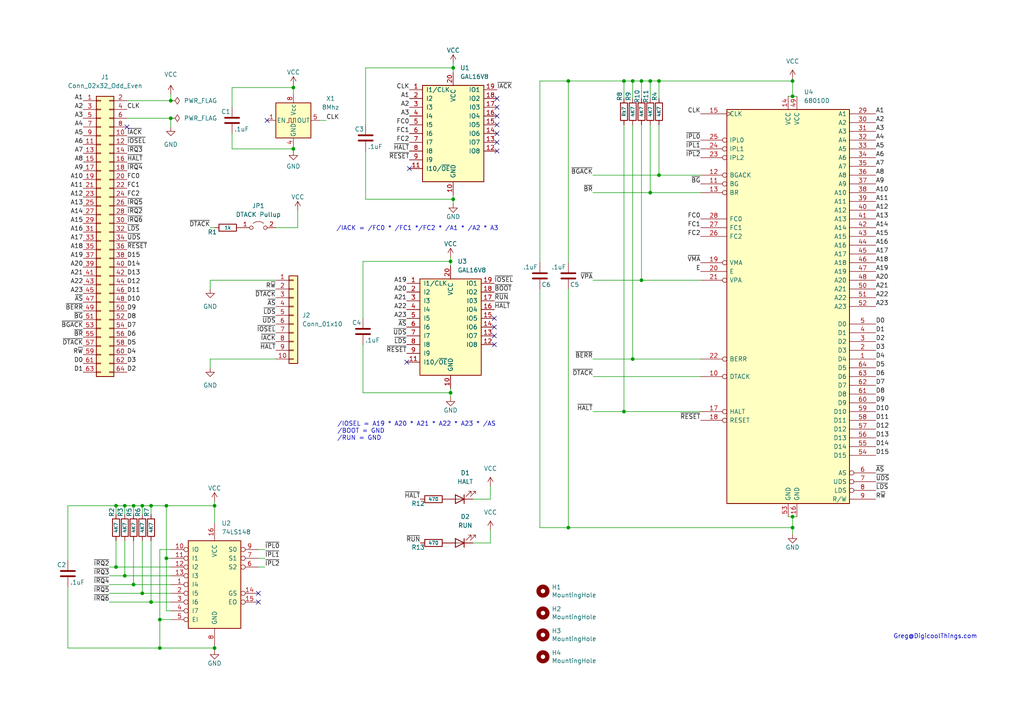
<source format=kicad_sch>
(kicad_sch (version 20211123) (generator eeschema)
  (paper "A4")
  (title_block (title "CPU Board") (date "2022-02") (rev "1.0") (company "Steve Goyette"))
  (lib_symbols
    (symbol "74xx:74LS148" (pin_names (offset 1.016))
      (property "Reference" "U" (at -7.62 13.97 0))
      (property "Value" "74LS148" (at -7.62 -13.97 0))
      (symbol "74LS148_1_0"
        (pin input inverted (at -12.7 0 0) (length 5.08) (name "I4") (number "1"))
        (pin input inverted (at -12.7 10.16 0) (length 5.08) (name "IO") (number "10"))
        (pin input inverted (at -12.7 7.62 0) (length 5.08) (name "I1") (number "11"))
        (pin input inverted (at -12.7 5.08 0) (length 5.08) (name "I2") (number "12"))
        (pin input inverted (at -12.7 2.54 0) (length 5.08) (name "I3") (number "13"))
        (pin output inverted (at 12.7 -2.54 180) (length 5.08) (name "GS") (number "14"))
        (pin output inverted (at 12.7 -5.08 180) (length 5.08) (name "EO") (number "15"))
        (pin power_in line (at 0 17.78 270) (length 5.08) (name "VCC") (number "16"))
        (pin input inverted (at -12.7 -2.54 0) (length 5.08) (name "I5") (number "2"))
        (pin input inverted (at -12.7 -5.08 0) (length 5.08) (name "I6") (number "3"))
        (pin input inverted (at -12.7 -7.62 0) (length 5.08) (name "I7") (number "4"))
        (pin input inverted (at -12.7 -10.16 0) (length 5.08) (name "EI") (number "5"))
        (pin output inverted (at 12.7 5.08 180) (length 5.08) (name "S2") (number "6"))
        (pin output inverted (at 12.7 7.62 180) (length 5.08) (name "S1") (number "7"))
        (pin power_in line (at 0 -17.78 90) (length 5.08) (name "GND") (number "8"))
        (pin output inverted (at 12.7 10.16 180) (length 5.08) (name "S0") (number "9"))
      )
      (symbol "74LS148_1_1"
        (rectangle (start -7.62 12.7) (end 7.62 -12.7) (stroke (width 0.254)) (fill (type background)))
      )
    )
    (symbol "CPU_NXP_68000:68010D" (pin_names (offset 0.762))
      (property "Reference" "U" (at 0 2.54 0))
      (property "Value" "68010D" (at 0 -3.81 0))
      (symbol "68010D_0_1"
        (rectangle (start -17.78 57.15) (end 17.78 -57.15) (stroke (width 0.254)) (fill (type background)))
      )
      (symbol "68010D_1_1"
        (pin bidirectional line (at 25.4 -15.24 180) (length 7.62) (name "D4") (number "1"))
        (pin input inverted (at -25.4 -20.32 0) (length 7.62) (name "DTACK") (number "10"))
        (pin output inverted (at -25.4 35.56 0) (length 7.62) (name "BG") (number "11"))
        (pin input inverted (at -25.4 38.1 0) (length 7.62) (name "BGACK") (number "12"))
        (pin input inverted (at -25.4 33.02 0) (length 7.62) (name "BR") (number "13"))
        (pin power_in line (at 0 60.96 270) (length 3.81) (name "VCC") (number "14"))
        (pin input clock (at -25.4 55.88 0) (length 7.62) (name "CLK") (number "15"))
        (pin power_in line (at 2.54 -60.96 90) (length 3.81) (name "GND") (number "16"))
        (pin bidirectional inverted (at -25.4 -30.48 0) (length 7.62) (name "HALT") (number "17"))
        (pin bidirectional inverted (at -25.4 -33.02 0) (length 7.62) (name "RESET") (number "18"))
        (pin output inverted (at -25.4 12.7 0) (length 7.62) (name "VMA") (number "19"))
        (pin bidirectional line (at 25.4 -12.7 180) (length 7.62) (name "D3") (number "2"))
        (pin output line (at -25.4 10.16 0) (length 7.62) (name "E") (number "20"))
        (pin input inverted (at -25.4 7.62 0) (length 7.62) (name "VPA") (number "21"))
        (pin input inverted (at -25.4 -15.24 0) (length 7.62) (name "BERR") (number "22"))
        (pin input inverted (at -25.4 43.18 0) (length 7.62) (name "IPL2") (number "23"))
        (pin input inverted (at -25.4 45.72 0) (length 7.62) (name "IPL1") (number "24"))
        (pin input inverted (at -25.4 48.26 0) (length 7.62) (name "IPL0") (number "25"))
        (pin output line (at -25.4 20.32 0) (length 7.62) (name "FC2") (number "26"))
        (pin output line (at -25.4 22.86 0) (length 7.62) (name "FC1") (number "27"))
        (pin output line (at -25.4 25.4 0) (length 7.62) (name "FC0") (number "28"))
        (pin output line (at 25.4 55.88 180) (length 7.62) (name "A1") (number "29"))
        (pin bidirectional line (at 25.4 -10.16 180) (length 7.62) (name "D2") (number "3"))
        (pin output line (at 25.4 53.34 180) (length 7.62) (name "A2") (number "30"))
        (pin output line (at 25.4 50.8 180) (length 7.62) (name "A3") (number "31"))
        (pin output line (at 25.4 48.26 180) (length 7.62) (name "A4") (number "32"))
        (pin output line (at 25.4 45.72 180) (length 7.62) (name "A5") (number "33"))
        (pin output line (at 25.4 43.18 180) (length 7.62) (name "A6") (number "34"))
        (pin output line (at 25.4 40.64 180) (length 7.62) (name "A7") (number "35"))
        (pin output line (at 25.4 38.1 180) (length 7.62) (name "A8") (number "36"))
        (pin output line (at 25.4 35.56 180) (length 7.62) (name "A9") (number "37"))
        (pin output line (at 25.4 33.02 180) (length 7.62) (name "A10") (number "38"))
        (pin output line (at 25.4 30.48 180) (length 7.62) (name "A11") (number "39"))
        (pin bidirectional line (at 25.4 -7.62 180) (length 7.62) (name "D1") (number "4"))
        (pin output line (at 25.4 27.94 180) (length 7.62) (name "A12") (number "40"))
        (pin output line (at 25.4 25.4 180) (length 7.62) (name "A13") (number "41"))
        (pin output line (at 25.4 22.86 180) (length 7.62) (name "A14") (number "42"))
        (pin output line (at 25.4 20.32 180) (length 7.62) (name "A15") (number "43"))
        (pin output line (at 25.4 17.78 180) (length 7.62) (name "A16") (number "44"))
        (pin output line (at 25.4 15.24 180) (length 7.62) (name "A17") (number "45"))
        (pin output line (at 25.4 12.7 180) (length 7.62) (name "A18") (number "46"))
        (pin output line (at 25.4 10.16 180) (length 7.62) (name "A19") (number "47"))
        (pin output line (at 25.4 7.62 180) (length 7.62) (name "A20") (number "48"))
        (pin power_in line (at 2.54 60.96 270) (length 3.81) (name "VCC") (number "49"))
        (pin bidirectional line (at 25.4 -5.08 180) (length 7.62) (name "D0") (number "5"))
        (pin output line (at 25.4 5.08 180) (length 7.62) (name "A21") (number "50"))
        (pin output line (at 25.4 2.54 180) (length 7.62) (name "A22") (number "51"))
        (pin output line (at 25.4 0 180) (length 7.62) (name "A23") (number "52"))
        (pin power_in line (at 0 -60.96 90) (length 3.81) (name "GND") (number "53"))
        (pin bidirectional line (at 25.4 -43.18 180) (length 7.62) (name "D15") (number "54"))
        (pin bidirectional line (at 25.4 -40.64 180) (length 7.62) (name "D14") (number "55"))
        (pin bidirectional line (at 25.4 -38.1 180) (length 7.62) (name "D13") (number "56"))
        (pin bidirectional line (at 25.4 -35.56 180) (length 7.62) (name "D12") (number "57"))
        (pin bidirectional line (at 25.4 -33.02 180) (length 7.62) (name "D11") (number "58"))
        (pin bidirectional line (at 25.4 -30.48 180) (length 7.62) (name "D10") (number "59"))
        (pin output inverted (at 25.4 -48.26 180) (length 7.62) (name "AS") (number "6"))
        (pin bidirectional line (at 25.4 -27.94 180) (length 7.62) (name "D9") (number "60"))
        (pin bidirectional line (at 25.4 -25.4 180) (length 7.62) (name "D8") (number "61"))
        (pin bidirectional line (at 25.4 -22.86 180) (length 7.62) (name "D7") (number "62"))
        (pin bidirectional line (at 25.4 -20.32 180) (length 7.62) (name "D6") (number "63"))
        (pin bidirectional line (at 25.4 -17.78 180) (length 7.62) (name "D5") (number "64"))
        (pin output inverted (at 25.4 -50.8 180) (length 7.62) (name "UDS") (number "7"))
        (pin output inverted (at 25.4 -53.34 180) (length 7.62) (name "LDS") (number "8"))
        (pin output line (at 25.4 -55.88 180) (length 7.62) (name "R/W") (number "9"))
      )
    )
    (symbol "Connector_Generic:Conn_01x10" (pin_names (offset 1.016) hide)
      (property "Reference" "J" (at 0 12.7 0))
      (property "Value" "Conn_01x10" (at 0 -15.24 0))
      (symbol "Conn_01x10_1_1"
        (rectangle (start -1.27 -12.573) (end 0 -12.827) (stroke (width 0.1524)))
        (rectangle (start -1.27 -10.033) (end 0 -10.287) (stroke (width 0.1524)))
        (rectangle (start -1.27 -7.493) (end 0 -7.747) (stroke (width 0.1524)))
        (rectangle (start -1.27 -4.953) (end 0 -5.207) (stroke (width 0.1524)))
        (rectangle (start -1.27 -2.413) (end 0 -2.667) (stroke (width 0.1524)))
        (rectangle (start -1.27 0.127) (end 0 -0.127) (stroke (width 0.1524)))
        (rectangle (start -1.27 2.667) (end 0 2.413) (stroke (width 0.1524)))
        (rectangle (start -1.27 5.207) (end 0 4.953) (stroke (width 0.1524)))
        (rectangle (start -1.27 7.747) (end 0 7.493) (stroke (width 0.1524)))
        (rectangle (start -1.27 10.287) (end 0 10.033) (stroke (width 0.1524)))
        (rectangle (start -1.27 11.43) (end 1.27 -13.97) (stroke (width 0.254)) (fill (type background)))
        (pin passive line (at -5.08 10.16 0) (length 3.81) (name "Pin_1") (number "1"))
        (pin passive line (at -5.08 -12.7 0) (length 3.81) (name "Pin_10") (number "10"))
        (pin passive line (at -5.08 7.62 0) (length 3.81) (name "Pin_2") (number "2"))
        (pin passive line (at -5.08 5.08 0) (length 3.81) (name "Pin_3") (number "3"))
        (pin passive line (at -5.08 2.54 0) (length 3.81) (name "Pin_4") (number "4"))
        (pin passive line (at -5.08 0 0) (length 3.81) (name "Pin_5") (number "5"))
        (pin passive line (at -5.08 -2.54 0) (length 3.81) (name "Pin_6") (number "6"))
        (pin passive line (at -5.08 -5.08 0) (length 3.81) (name "Pin_7") (number "7"))
        (pin passive line (at -5.08 -7.62 0) (length 3.81) (name "Pin_8") (number "8"))
        (pin passive line (at -5.08 -10.16 0) (length 3.81) (name "Pin_9") (number "9"))
      )
    )
    (symbol "Connector_Generic:Conn_02x32_Odd_Even" (pin_names (offset 1.016) hide)
      (property "Reference" "J" (at 1.27 40.64 0))
      (property "Value" "Conn_02x32_Odd_Even" (at 1.27 -43.18 0))
      (symbol "Conn_02x32_Odd_Even_1_1"
        (rectangle (start -1.27 -40.513) (end 0 -40.767) (stroke (width 0.1524)))
        (rectangle (start -1.27 -37.973) (end 0 -38.227) (stroke (width 0.1524)))
        (rectangle (start -1.27 -35.433) (end 0 -35.687) (stroke (width 0.1524)))
        (rectangle (start -1.27 -32.893) (end 0 -33.147) (stroke (width 0.1524)))
        (rectangle (start -1.27 -30.353) (end 0 -30.607) (stroke (width 0.1524)))
        (rectangle (start -1.27 -27.813) (end 0 -28.067) (stroke (width 0.1524)))
        (rectangle (start -1.27 -25.273) (end 0 -25.527) (stroke (width 0.1524)))
        (rectangle (start -1.27 -22.733) (end 0 -22.987) (stroke (width 0.1524)))
        (rectangle (start -1.27 -20.193) (end 0 -20.447) (stroke (width 0.1524)))
        (rectangle (start -1.27 -17.653) (end 0 -17.907) (stroke (width 0.1524)))
        (rectangle (start -1.27 -15.113) (end 0 -15.367) (stroke (width 0.1524)))
        (rectangle (start -1.27 -12.573) (end 0 -12.827) (stroke (width 0.1524)))
        (rectangle (start -1.27 -10.033) (end 0 -10.287) (stroke (width 0.1524)))
        (rectangle (start -1.27 -7.493) (end 0 -7.747) (stroke (width 0.1524)))
        (rectangle (start -1.27 -4.953) (end 0 -5.207) (stroke (width 0.1524)))
        (rectangle (start -1.27 -2.413) (end 0 -2.667) (stroke (width 0.1524)))
        (rectangle (start -1.27 0.127) (end 0 -0.127) (stroke (width 0.1524)))
        (rectangle (start -1.27 2.667) (end 0 2.413) (stroke (width 0.1524)))
        (rectangle (start -1.27 5.207) (end 0 4.953) (stroke (width 0.1524)))
        (rectangle (start -1.27 7.747) (end 0 7.493) (stroke (width 0.1524)))
        (rectangle (start -1.27 10.287) (end 0 10.033) (stroke (width 0.1524)))
        (rectangle (start -1.27 12.827) (end 0 12.573) (stroke (width 0.1524)))
        (rectangle (start -1.27 15.367) (end 0 15.113) (stroke (width 0.1524)))
        (rectangle (start -1.27 17.907) (end 0 17.653) (stroke (width 0.1524)))
        (rectangle (start -1.27 20.447) (end 0 20.193) (stroke (width 0.1524)))
        (rectangle (start -1.27 22.987) (end 0 22.733) (stroke (width 0.1524)))
        (rectangle (start -1.27 25.527) (end 0 25.273) (stroke (width 0.1524)))
        (rectangle (start -1.27 28.067) (end 0 27.813) (stroke (width 0.1524)))
        (rectangle (start -1.27 30.607) (end 0 30.353) (stroke (width 0.1524)))
        (rectangle (start -1.27 33.147) (end 0 32.893) (stroke (width 0.1524)))
        (rectangle (start -1.27 35.687) (end 0 35.433) (stroke (width 0.1524)))
        (rectangle (start -1.27 38.227) (end 0 37.973) (stroke (width 0.1524)))
        (rectangle (start -1.27 39.37) (end 3.81 -41.91) (stroke (width 0.254)) (fill (type background)))
        (rectangle (start 3.81 -40.513) (end 2.54 -40.767) (stroke (width 0.1524)))
        (rectangle (start 3.81 -37.973) (end 2.54 -38.227) (stroke (width 0.1524)))
        (rectangle (start 3.81 -35.433) (end 2.54 -35.687) (stroke (width 0.1524)))
        (rectangle (start 3.81 -32.893) (end 2.54 -33.147) (stroke (width 0.1524)))
        (rectangle (start 3.81 -30.353) (end 2.54 -30.607) (stroke (width 0.1524)))
        (rectangle (start 3.81 -27.813) (end 2.54 -28.067) (stroke (width 0.1524)))
        (rectangle (start 3.81 -25.273) (end 2.54 -25.527) (stroke (width 0.1524)))
        (rectangle (start 3.81 -22.733) (end 2.54 -22.987) (stroke (width 0.1524)))
        (rectangle (start 3.81 -20.193) (end 2.54 -20.447) (stroke (width 0.1524)))
        (rectangle (start 3.81 -17.653) (end 2.54 -17.907) (stroke (width 0.1524)))
        (rectangle (start 3.81 -15.113) (end 2.54 -15.367) (stroke (width 0.1524)))
        (rectangle (start 3.81 -12.573) (end 2.54 -12.827) (stroke (width 0.1524)))
        (rectangle (start 3.81 -10.033) (end 2.54 -10.287) (stroke (width 0.1524)))
        (rectangle (start 3.81 -7.493) (end 2.54 -7.747) (stroke (width 0.1524)))
        (rectangle (start 3.81 -4.953) (end 2.54 -5.207) (stroke (width 0.1524)))
        (rectangle (start 3.81 -2.413) (end 2.54 -2.667) (stroke (width 0.1524)))
        (rectangle (start 3.81 0.127) (end 2.54 -0.127) (stroke (width 0.1524)))
        (rectangle (start 3.81 2.667) (end 2.54 2.413) (stroke (width 0.1524)))
        (rectangle (start 3.81 5.207) (end 2.54 4.953) (stroke (width 0.1524)))
        (rectangle (start 3.81 7.747) (end 2.54 7.493) (stroke (width 0.1524)))
        (rectangle (start 3.81 10.287) (end 2.54 10.033) (stroke (width 0.1524)))
        (rectangle (start 3.81 12.827) (end 2.54 12.573) (stroke (width 0.1524)))
        (rectangle (start 3.81 15.367) (end 2.54 15.113) (stroke (width 0.1524)))
        (rectangle (start 3.81 17.907) (end 2.54 17.653) (stroke (width 0.1524)))
        (rectangle (start 3.81 20.447) (end 2.54 20.193) (stroke (width 0.1524)))
        (rectangle (start 3.81 22.987) (end 2.54 22.733) (stroke (width 0.1524)))
        (rectangle (start 3.81 25.527) (end 2.54 25.273) (stroke (width 0.1524)))
        (rectangle (start 3.81 28.067) (end 2.54 27.813) (stroke (width 0.1524)))
        (rectangle (start 3.81 30.607) (end 2.54 30.353) (stroke (width 0.1524)))
        (rectangle (start 3.81 33.147) (end 2.54 32.893) (stroke (width 0.1524)))
        (rectangle (start 3.81 35.687) (end 2.54 35.433) (stroke (width 0.1524)))
        (rectangle (start 3.81 38.227) (end 2.54 37.973) (stroke (width 0.1524)))
        (pin passive line (at -5.08 38.1 0) (length 3.81) (name "Pin_1") (number "1"))
        (pin passive line (at 7.62 27.94 180) (length 3.81) (name "Pin_10") (number "10"))
        (pin passive line (at -5.08 25.4 0) (length 3.81) (name "Pin_11") (number "11"))
        (pin passive line (at 7.62 25.4 180) (length 3.81) (name "Pin_12") (number "12"))
        (pin passive line (at -5.08 22.86 0) (length 3.81) (name "Pin_13") (number "13"))
        (pin passive line (at 7.62 22.86 180) (length 3.81) (name "Pin_14") (number "14"))
        (pin passive line (at -5.08 20.32 0) (length 3.81) (name "Pin_15") (number "15"))
        (pin passive line (at 7.62 20.32 180) (length 3.81) (name "Pin_16") (number "16"))
        (pin passive line (at -5.08 17.78 0) (length 3.81) (name "Pin_17") (number "17"))
        (pin passive line (at 7.62 17.78 180) (length 3.81) (name "Pin_18") (number "18"))
        (pin passive line (at -5.08 15.24 0) (length 3.81) (name "Pin_19") (number "19"))
        (pin passive line (at 7.62 38.1 180) (length 3.81) (name "Pin_2") (number "2"))
        (pin passive line (at 7.62 15.24 180) (length 3.81) (name "Pin_20") (number "20"))
        (pin passive line (at -5.08 12.7 0) (length 3.81) (name "Pin_21") (number "21"))
        (pin passive line (at 7.62 12.7 180) (length 3.81) (name "Pin_22") (number "22"))
        (pin passive line (at -5.08 10.16 0) (length 3.81) (name "Pin_23") (number "23"))
        (pin passive line (at 7.62 10.16 180) (length 3.81) (name "Pin_24") (number "24"))
        (pin passive line (at -5.08 7.62 0) (length 3.81) (name "Pin_25") (number "25"))
        (pin passive line (at 7.62 7.62 180) (length 3.81) (name "Pin_26") (number "26"))
        (pin passive line (at -5.08 5.08 0) (length 3.81) (name "Pin_27") (number "27"))
        (pin passive line (at 7.62 5.08 180) (length 3.81) (name "Pin_28") (number "28"))
        (pin passive line (at -5.08 2.54 0) (length 3.81) (name "Pin_29") (number "29"))
        (pin passive line (at -5.08 35.56 0) (length 3.81) (name "Pin_3") (number "3"))
        (pin passive line (at 7.62 2.54 180) (length 3.81) (name "Pin_30") (number "30"))
        (pin passive line (at -5.08 0 0) (length 3.81) (name "Pin_31") (number "31"))
        (pin passive line (at 7.62 0 180) (length 3.81) (name "Pin_32") (number "32"))
        (pin passive line (at -5.08 -2.54 0) (length 3.81) (name "Pin_33") (number "33"))
        (pin passive line (at 7.62 -2.54 180) (length 3.81) (name "Pin_34") (number "34"))
        (pin passive line (at -5.08 -5.08 0) (length 3.81) (name "Pin_35") (number "35"))
        (pin passive line (at 7.62 -5.08 180) (length 3.81) (name "Pin_36") (number "36"))
        (pin passive line (at -5.08 -7.62 0) (length 3.81) (name "Pin_37") (number "37"))
        (pin passive line (at 7.62 -7.62 180) (length 3.81) (name "Pin_38") (number "38"))
        (pin passive line (at -5.08 -10.16 0) (length 3.81) (name "Pin_39") (number "39"))
        (pin passive line (at 7.62 35.56 180) (length 3.81) (name "Pin_4") (number "4"))
        (pin passive line (at 7.62 -10.16 180) (length 3.81) (name "Pin_40") (number "40"))
        (pin passive line (at -5.08 -12.7 0) (length 3.81) (name "Pin_41") (number "41"))
        (pin passive line (at 7.62 -12.7 180) (length 3.81) (name "Pin_42") (number "42"))
        (pin passive line (at -5.08 -15.24 0) (length 3.81) (name "Pin_43") (number "43"))
        (pin passive line (at 7.62 -15.24 180) (length 3.81) (name "Pin_44") (number "44"))
        (pin passive line (at -5.08 -17.78 0) (length 3.81) (name "Pin_45") (number "45"))
        (pin passive line (at 7.62 -17.78 180) (length 3.81) (name "Pin_46") (number "46"))
        (pin passive line (at -5.08 -20.32 0) (length 3.81) (name "Pin_47") (number "47"))
        (pin passive line (at 7.62 -20.32 180) (length 3.81) (name "Pin_48") (number "48"))
        (pin passive line (at -5.08 -22.86 0) (length 3.81) (name "Pin_49") (number "49"))
        (pin passive line (at -5.08 33.02 0) (length 3.81) (name "Pin_5") (number "5"))
        (pin passive line (at 7.62 -22.86 180) (length 3.81) (name "Pin_50") (number "50"))
        (pin passive line (at -5.08 -25.4 0) (length 3.81) (name "Pin_51") (number "51"))
        (pin passive line (at 7.62 -25.4 180) (length 3.81) (name "Pin_52") (number "52"))
        (pin passive line (at -5.08 -27.94 0) (length 3.81) (name "Pin_53") (number "53"))
        (pin passive line (at 7.62 -27.94 180) (length 3.81) (name "Pin_54") (number "54"))
        (pin passive line (at -5.08 -30.48 0) (length 3.81) (name "Pin_55") (number "55"))
        (pin passive line (at 7.62 -30.48 180) (length 3.81) (name "Pin_56") (number "56"))
        (pin passive line (at -5.08 -33.02 0) (length 3.81) (name "Pin_57") (number "57"))
        (pin passive line (at 7.62 -33.02 180) (length 3.81) (name "Pin_58") (number "58"))
        (pin passive line (at -5.08 -35.56 0) (length 3.81) (name "Pin_59") (number "59"))
        (pin passive line (at 7.62 33.02 180) (length 3.81) (name "Pin_6") (number "6"))
        (pin passive line (at 7.62 -35.56 180) (length 3.81) (name "Pin_60") (number "60"))
        (pin passive line (at -5.08 -38.1 0) (length 3.81) (name "Pin_61") (number "61"))
        (pin passive line (at 7.62 -38.1 180) (length 3.81) (name "Pin_62") (number "62"))
        (pin passive line (at -5.08 -40.64 0) (length 3.81) (name "Pin_63") (number "63"))
        (pin passive line (at 7.62 -40.64 180) (length 3.81) (name "Pin_64") (number "64"))
        (pin passive line (at -5.08 30.48 0) (length 3.81) (name "Pin_7") (number "7"))
        (pin passive line (at 7.62 30.48 180) (length 3.81) (name "Pin_8") (number "8"))
        (pin passive line (at -5.08 27.94 0) (length 3.81) (name "Pin_9") (number "9"))
      )
    )
    (symbol "Device:C" (pin_numbers hide) (pin_names (offset 0.254))
      (property "Reference" "C" (at 0.635 2.54 0))
      (property "Value" "C" (at 0.635 -2.54 0))
      (symbol "C_0_1"
        (polyline (pts (xy -2.032 -0.762) (xy 2.032 -0.762)) (stroke (width 0.508)))
        (polyline (pts (xy -2.032 0.762) (xy 2.032 0.762)) (stroke (width 0.508)))
      )
      (symbol "C_1_1"
        (pin passive line (at 0 3.81 270) (length 2.794) (name "~") (number "1"))
        (pin passive line (at 0 -3.81 90) (length 2.794) (name "~") (number "2"))
      )
    )
    (symbol "Device:LED" (pin_numbers hide) (pin_names (offset 1.016) hide)
      (property "Reference" "D" (at 0 2.54 0))
      (property "Value" "LED" (at 0 -2.54 0))
      (symbol "LED_0_1"
        (polyline (pts (xy -1.27 -1.27) (xy -1.27 1.27)) (stroke (width 0.254)))
        (polyline (pts (xy -1.27 0) (xy 1.27 0)))
        (polyline (pts (xy 1.27 -1.27) (xy 1.27 1.27) (xy -1.27 0) (xy 1.27 -1.27)) (stroke (width 0.254)))
        (polyline (pts (xy -3.048 -0.762) (xy -4.572 -2.286) (xy -3.81 -2.286) (xy -4.572 -2.286) (xy -4.572 -1.524)))
        (polyline (pts (xy -1.778 -0.762) (xy -3.302 -2.286) (xy -2.54 -2.286) (xy -3.302 -2.286) (xy -3.302 -1.524)))
      )
      (symbol "LED_1_1"
        (pin passive line (at -3.81 0 0) (length 2.54) (name "K") (number "1"))
        (pin passive line (at 3.81 0 180) (length 2.54) (name "A") (number "2"))
      )
    )
    (symbol "Device:R" (pin_numbers hide) (pin_names (offset 0))
      (property "Reference" "R" (at 2.032 0 90))
      (property "Value" "R" (at 0 0 90))
      (symbol "R_0_1"
        (rectangle (start -1.016 -2.54) (end 1.016 2.54) (stroke (width 0.254)))
      )
      (symbol "R_1_1"
        (pin passive line (at 0 3.81 270) (length 1.27) (name "~") (number "1"))
        (pin passive line (at 0 -3.81 90) (length 1.27) (name "~") (number "2"))
      )
    )
    (symbol "Jumper:Jumper_2_Open" (pin_names (offset 0) hide)
      (property "Reference" "JP" (at 0 2.794 0))
      (property "Value" "Jumper_2_Open" (at 0 -2.286 0))
      (symbol "Jumper_2_Open_0_0"
        (circle (center -2.032 0) (radius 0.508))
        (circle (center 2.032 0) (radius 0.508))
      )
      (symbol "Jumper_2_Open_0_1"
        (arc (start 1.524 1.27) (mid 0 1.778) (end -1.524 1.27))
      )
      (symbol "Jumper_2_Open_1_1"
        (pin passive line (at -5.08 0 0) (length 2.54) (name "A") (number "1"))
        (pin passive line (at 5.08 0 180) (length 2.54) (name "B") (number "2"))
      )
    )
    (symbol "Logic_Programmable:GAL16V8" (pin_names (offset 1.016))
      (property "Reference" "U" (at -8.89 16.51 0))
      (property "Value" "GAL16V8" (at 1.27 16.51 0))
      (symbol "GAL16V8_0_0"
        (pin power_in line (at 0 -17.78 90) (length 3.81) (name "GND") (number "10"))
        (pin power_in line (at 0 17.78 270) (length 3.81) (name "VCC") (number "20"))
      )
      (symbol "GAL16V8_0_1"
        (rectangle (start -8.89 13.97) (end 8.89 -13.97) (stroke (width 0.254)) (fill (type background)))
      )
      (symbol "GAL16V8_1_1"
        (pin input line (at -12.7 12.7 0) (length 3.81) (name "I1/CLK") (number "1"))
        (pin input line (at -12.7 -10.16 0) (length 3.81) (name "I10/~{OE}") (number "11"))
        (pin tri_state line (at 12.7 -5.08 180) (length 3.81) (name "IO8") (number "12"))
        (pin tri_state line (at 12.7 -2.54 180) (length 3.81) (name "IO7") (number "13"))
        (pin tri_state line (at 12.7 0 180) (length 3.81) (name "IO6") (number "14"))
        (pin tri_state line (at 12.7 2.54 180) (length 3.81) (name "IO5") (number "15"))
        (pin tri_state line (at 12.7 5.08 180) (length 3.81) (name "IO4") (number "16"))
        (pin tri_state line (at 12.7 7.62 180) (length 3.81) (name "I03") (number "17"))
        (pin tri_state line (at 12.7 10.16 180) (length 3.81) (name "IO2") (number "18"))
        (pin tri_state line (at 12.7 12.7 180) (length 3.81) (name "IO1") (number "19"))
        (pin input line (at -12.7 10.16 0) (length 3.81) (name "I2") (number "2"))
        (pin input line (at -12.7 7.62 0) (length 3.81) (name "I3") (number "3"))
        (pin input line (at -12.7 5.08 0) (length 3.81) (name "I4") (number "4"))
        (pin input line (at -12.7 2.54 0) (length 3.81) (name "I5") (number "5"))
        (pin input line (at -12.7 0 0) (length 3.81) (name "I6") (number "6"))
        (pin input line (at -12.7 -2.54 0) (length 3.81) (name "I7") (number "7"))
        (pin input line (at -12.7 -5.08 0) (length 3.81) (name "I8") (number "8"))
        (pin input line (at -12.7 -7.62 0) (length 3.81) (name "I9") (number "9"))
      )
    )
    (symbol "Mechanical:MountingHole" (pin_names (offset 1.016))
      (property "Reference" "H" (at 0 5.08 0))
      (property "Value" "MountingHole" (at 0 3.175 0))
      (symbol "MountingHole_0_1"
        (circle (center 0 0) (radius 1.27) (stroke (width 1.27)))
      )
    )
    (symbol "mc68k:CXO_DIP8" (pin_names (offset 0.254))
      (property "Reference" "X1" (at 7.62 -3.175 0))
      (property "Value" "CXO_DIP8" (at -8.89 -3.175 0))
      (symbol "CXO_DIP8_0_1"
        (rectangle (start -5.08 5.08) (end 5.08 -5.08) (stroke (width 0.254)) (fill (type background)))
        (polyline (pts (xy -1.905 -0.635) (xy -1.27 -0.635) (xy -1.27 0.635) (xy -0.635 0.635) (xy -0.635 -0.635) (xy 0 -0.635) (xy 0 0.635) (xy 0.635 0.635) (xy 0.635 -0.635)))
      )
      (symbol "CXO_DIP8_1_1"
        (pin input line (at -7.62 0 0) (length 2.54) (name "EN") (number "1"))
        (pin power_in line (at 0 -7.62 90) (length 2.54) (name "GND") (number "4"))
        (pin output line (at 7.62 0 180) (length 2.54) (name "OUT") (number "5"))
        (pin power_in line (at 0 7.62 270) (length 2.54) (name "Vcc") (number "8"))
      )
    )
    (symbol "power:GND" (power) (pin_names (offset 0))
      (property "Value" "GND" (at 0 -3.81 0))
      (symbol "GND_0_1"
        (polyline (pts (xy 0 0) (xy 0 -1.27) (xy 1.27 -1.27) (xy 0 -2.54) (xy -1.27 -1.27) (xy 0 -1.27)))
      )
      (symbol "GND_1_1"
        (pin power_in line (at 0 0 270) (length 0) hide (name "GND") (number "1"))
      )
    )
    (symbol "power:PWR_FLAG" (power) (pin_numbers hide) (pin_names (offset 0) hide)
      (property "Value" "PWR_FLAG" (at 0 3.81 0))
      (symbol "PWR_FLAG_0_0"
        (pin power_out line (at 0 0 90) (length 0) (name "pwr") (number "1"))
      )
      (symbol "PWR_FLAG_0_1"
        (polyline (pts (xy 0 0) (xy 0 1.27) (xy -1.016 1.905) (xy 0 2.54) (xy 1.016 1.905) (xy 0 1.27)))
      )
    )
    (symbol "power:VCC" (power) (pin_names (offset 0))
      (property "Value" "VCC" (at 0 3.81 0))
      (symbol "VCC_0_1"
        (polyline (pts (xy -0.762 1.27) (xy 0 2.54)))
        (polyline (pts (xy 0 0) (xy 0 2.54)))
        (polyline (pts (xy 0 2.54) (xy 0.762 1.27)))
      )
      (symbol "VCC_1_1"
        (pin power_in line (at 0 0 90) (length 0) hide (name "VCC") (number "1"))
      )
    )
  )
  (junction (at 164.846 23.495))
  (junction (at 43.815 146.685))
  (junction (at 41.275 146.685))
  (junction (at 183.515 104.14))
  (junction (at 188.595 23.495))
  (junction (at 130.683 113.919))
  (junction (at 186.055 81.28))
  (junction (at 183.515 23.495))
  (junction (at 191.135 50.8))
  (junction (at 62.23 146.685))
  (junction (at 46.355 179.705))
  (junction (at 46.355 187.96))
  (junction (at 229.87 149.86))
  (junction (at 38.735 146.685))
  (junction (at 85.09 43.18))
  (junction (at 130.683 75.819))
  (junction (at 229.87 23.495))
  (junction (at 49.53 29.21))
  (junction (at 33.655 164.465))
  (junction (at 85.09 25.4))
  (junction (at 191.135 23.495))
  (junction (at 180.975 119.38))
  (junction (at 164.846 153.035))
  (junction (at 229.87 27.94))
  (junction (at 131.445 57.785))
  (junction (at 36.195 146.685))
  (junction (at 38.735 169.545))
  (junction (at 41.275 172.085))
  (junction (at 36.195 167.005))
  (junction (at 186.055 23.495))
  (junction (at 188.595 55.88))
  (junction (at 180.975 23.495))
  (junction (at 229.87 153.035))
  (junction (at 131.445 19.685))
  (junction (at 49.53 34.29))
  (junction (at 48.26 146.685))
  (junction (at 43.815 174.625))
  (junction (at 48.26 161.925))
  (junction (at 33.655 146.685))
  (junction (at 62.23 187.96))
  (no_connect (at 143.383 99.949))
  (no_connect (at 143.383 97.409))
  (no_connect (at 36.83 36.83))
  (no_connect (at 144.145 31.115))
  (no_connect (at 144.145 33.655))
  (no_connect (at 144.145 28.575))
  (no_connect (at 143.383 92.329))
  (no_connect (at 77.47 34.925))
  (no_connect (at 118.745 48.895))
  (no_connect (at 144.145 36.195))
  (no_connect (at 144.145 38.735))
  (no_connect (at 74.93 174.625))
  (no_connect (at 74.93 172.085))
  (no_connect (at 143.383 94.869))
  (no_connect (at 117.983 105.029))
  (no_connect (at 144.145 41.275))
  (no_connect (at 144.145 43.815))
  (wire (pts (xy 231.14 149.86) (xy 229.87 149.86)))
  (wire (pts (xy 33.655 156.845) (xy 33.655 164.465)))
  (wire (pts (xy 48.26 177.165) (xy 48.26 161.925)))
  (wire (pts (xy 80.01 66.04) (xy 86.36 66.04)))
  (wire (pts (xy 48.26 161.925) (xy 48.26 146.685)))
  (wire (pts (xy 131.445 19.685) (xy 131.445 20.955)))
  (wire (pts (xy 49.53 34.29) (xy 49.53 36.83)))
  (wire (pts (xy 186.055 23.495) (xy 186.055 28.575)))
  (wire (pts (xy 164.846 23.495) (xy 180.975 23.495)))
  (wire (pts (xy 33.655 164.465) (xy 49.53 164.465)))
  (wire (pts (xy 191.135 50.8) (xy 203.2 50.8)))
  (wire (pts (xy 62.23 187.96) (xy 62.23 188.595)))
  (wire (pts (xy 36.83 34.29) (xy 49.53 34.29)))
  (wire (pts (xy 183.515 23.495) (xy 183.515 28.575)))
  (wire (pts (xy 137.16 144.78) (xy 142.24 144.78)))
  (wire (pts (xy 131.445 57.785) (xy 131.445 59.055)))
  (wire (pts (xy 31.75 172.085) (xy 41.275 172.085)))
  (wire (pts (xy 31.75 169.545) (xy 38.735 169.545)))
  (wire (pts (xy 86.36 60.96) (xy 86.36 66.04)))
  (wire (pts (xy 60.96 104.14) (xy 60.96 106.68)))
  (wire (pts (xy 164.846 153.035) (xy 229.87 153.035)))
  (wire (pts (xy 130.683 74.549) (xy 130.683 75.819)))
  (wire (pts (xy 171.958 119.38) (xy 180.975 119.38)))
  (wire (pts (xy 106.045 57.785) (xy 131.445 57.785)))
  (wire (pts (xy 46.355 187.96) (xy 62.23 187.96)))
  (wire (pts (xy 188.595 55.88) (xy 188.595 36.195)))
  (wire (pts (xy 85.09 25.4) (xy 85.09 27.305)))
  (wire (pts (xy 180.975 23.495) (xy 183.515 23.495)))
  (wire (pts (xy 183.515 104.14) (xy 203.2 104.14)))
  (wire (pts (xy 74.93 164.465) (xy 76.835 164.465)))
  (wire (pts (xy 43.815 174.625) (xy 49.53 174.625)))
  (wire (pts (xy 36.195 167.005) (xy 49.53 167.005)))
  (wire (pts (xy 46.355 179.705) (xy 46.355 187.96)))
  (wire (pts (xy 31.75 164.465) (xy 33.655 164.465)))
  (wire (pts (xy 62.23 145.415) (xy 62.23 146.685)))
  (wire (pts (xy 49.53 159.385) (xy 46.355 159.385)))
  (wire (pts (xy 228.6 149.86) (xy 229.87 149.86)))
  (wire (pts (xy 38.735 156.845) (xy 38.735 169.545)))
  (wire (pts (xy 41.275 146.685) (xy 43.815 146.685)))
  (wire (pts (xy 31.75 167.005) (xy 36.195 167.005)))
  (wire (pts (xy 180.975 23.495) (xy 180.975 28.575)))
  (wire (pts (xy 43.815 146.685) (xy 48.26 146.685)))
  (wire (pts (xy 62.23 187.325) (xy 62.23 187.96)))
  (wire (pts (xy 164.846 76.2) (xy 164.846 23.495)))
  (wire (pts (xy 60.96 66.04) (xy 62.23 66.04)))
  (wire (pts (xy 229.87 153.035) (xy 229.87 154.94)))
  (wire (pts (xy 105.283 113.919) (xy 130.683 113.919)))
  (wire (pts (xy 106.045 43.815) (xy 106.045 57.785)))
  (wire (pts (xy 142.24 144.78) (xy 142.24 140.97)))
  (wire (pts (xy 48.26 146.685) (xy 62.23 146.685)))
  (wire (pts (xy 67.31 25.4) (xy 85.09 25.4)))
  (wire (pts (xy 180.975 119.38) (xy 203.2 119.38)))
  (wire (pts (xy 171.958 81.28) (xy 186.055 81.28)))
  (wire (pts (xy 131.445 56.515) (xy 131.445 57.785)))
  (wire (pts (xy 180.975 119.38) (xy 180.975 36.195)))
  (wire (pts (xy 49.53 161.925) (xy 48.26 161.925)))
  (wire (pts (xy 229.87 23.495) (xy 229.87 27.94)))
  (wire (pts (xy 38.735 146.685) (xy 38.735 149.225)))
  (wire (pts (xy 74.93 161.925) (xy 76.835 161.925)))
  (wire (pts (xy 191.135 23.495) (xy 191.135 28.575)))
  (wire (pts (xy 46.355 159.385) (xy 46.355 179.705)))
  (wire (pts (xy 80.01 104.14) (xy 60.96 104.14)))
  (wire (pts (xy 62.23 146.685) (xy 62.23 151.765)))
  (wire (pts (xy 49.53 27.305) (xy 49.53 29.21)))
  (wire (pts (xy 183.515 104.14) (xy 183.515 36.195)))
  (wire (pts (xy 43.815 156.845) (xy 43.815 174.625)))
  (wire (pts (xy 186.055 81.28) (xy 186.055 36.195)))
  (wire (pts (xy 85.09 43.18) (xy 85.09 43.815)))
  (wire (pts (xy 106.045 19.685) (xy 106.045 36.195)))
  (wire (pts (xy 49.53 177.165) (xy 48.26 177.165)))
  (wire (pts (xy 156.591 23.495) (xy 164.846 23.495)))
  (wire (pts (xy 156.591 153.035) (xy 164.846 153.035)))
  (wire (pts (xy 130.683 112.649) (xy 130.683 113.919)))
  (wire (pts (xy 172.085 109.22) (xy 203.2 109.22)))
  (wire (pts (xy 67.31 31.115) (xy 67.31 25.4)))
  (wire (pts (xy 46.355 179.705) (xy 49.53 179.705)))
  (wire (pts (xy 105.283 99.949) (xy 105.283 113.919)))
  (wire (pts (xy 229.87 149.86) (xy 229.87 153.035)))
  (wire (pts (xy 67.31 43.18) (xy 85.09 43.18)))
  (wire (pts (xy 188.595 55.88) (xy 203.2 55.88)))
  (wire (pts (xy 229.87 22.86) (xy 229.87 23.495)))
  (wire (pts (xy 60.96 81.28) (xy 60.96 83.82)))
  (wire (pts (xy 191.135 36.195) (xy 191.135 50.8)))
  (wire (pts (xy 186.055 81.28) (xy 203.2 81.28)))
  (wire (pts (xy 171.958 50.8) (xy 191.135 50.8)))
  (wire (pts (xy 191.135 23.495) (xy 229.87 23.495)))
  (wire (pts (xy 85.09 24.765) (xy 85.09 25.4)))
  (wire (pts (xy 41.275 156.845) (xy 41.275 172.085)))
  (wire (pts (xy 130.683 75.819) (xy 130.683 77.089)))
  (wire (pts (xy 142.24 157.48) (xy 142.24 153.67)))
  (wire (pts (xy 131.445 18.415) (xy 131.445 19.685)))
  (wire (pts (xy 171.958 55.88) (xy 188.595 55.88)))
  (wire (pts (xy 80.01 81.28) (xy 60.96 81.28)))
  (wire (pts (xy 186.055 23.495) (xy 188.595 23.495)))
  (wire (pts (xy 137.16 157.48) (xy 142.24 157.48)))
  (wire (pts (xy 38.735 146.685) (xy 41.275 146.685)))
  (wire (pts (xy 164.846 83.82) (xy 164.846 153.035)))
  (wire (pts (xy 41.275 172.085) (xy 49.53 172.085)))
  (wire (pts (xy 183.515 23.495) (xy 186.055 23.495)))
  (wire (pts (xy 33.655 146.685) (xy 36.195 146.685)))
  (wire (pts (xy 106.045 19.685) (xy 131.445 19.685)))
  (wire (pts (xy 19.685 170.18) (xy 19.685 187.96)))
  (wire (pts (xy 43.815 146.685) (xy 43.815 149.225)))
  (wire (pts (xy 41.275 146.685) (xy 41.275 149.225)))
  (wire (pts (xy 19.685 146.685) (xy 33.655 146.685)))
  (wire (pts (xy 31.75 174.625) (xy 43.815 174.625)))
  (wire (pts (xy 36.195 146.685) (xy 38.735 146.685)))
  (wire (pts (xy 74.93 159.385) (xy 76.835 159.385)))
  (wire (pts (xy 33.655 146.685) (xy 33.655 149.225)))
  (wire (pts (xy 130.683 113.919) (xy 130.683 115.189)))
  (wire (pts (xy 156.591 83.82) (xy 156.591 153.035)))
  (wire (pts (xy 85.09 42.545) (xy 85.09 43.18)))
  (wire (pts (xy 36.195 156.845) (xy 36.195 167.005)))
  (wire (pts (xy 19.685 187.96) (xy 46.355 187.96)))
  (wire (pts (xy 156.591 76.2) (xy 156.591 23.495)))
  (wire (pts (xy 188.595 23.495) (xy 188.595 28.575)))
  (wire (pts (xy 67.31 38.735) (xy 67.31 43.18)))
  (wire (pts (xy 38.735 169.545) (xy 49.53 169.545)))
  (wire (pts (xy 105.283 75.819) (xy 105.283 92.329)))
  (wire (pts (xy 228.6 27.94) (xy 229.87 27.94)))
  (wire (pts (xy 36.83 29.21) (xy 49.53 29.21)))
  (wire (pts (xy 19.685 162.56) (xy 19.685 146.685)))
  (wire (pts (xy 231.14 27.94) (xy 229.87 27.94)))
  (wire (pts (xy 105.283 75.819) (xy 130.683 75.819)))
  (wire (pts (xy 171.958 104.14) (xy 183.515 104.14)))
  (wire (pts (xy 92.71 34.925) (xy 94.615 34.925)))
  (wire (pts (xy 36.195 146.685) (xy 36.195 149.225)))
  (wire (pts (xy 188.595 23.495) (xy 191.135 23.495)))
  (text "/IOSEL = A19 * A20 * A21 * A22 * A23 * /AS\n/BOOT = GND\n/RUN = GND" (at 97.79 127.889 0) (effects (font (size 1.27 1.27)) (justify left bottom)))
  (text "Greg@DigicoolThings.com" (at 259.08 185.42 0) (effects (font (size 1.27 1.27)) (justify left bottom)))
  (text "/IACK = /FC0 * /FC1 */FC2 * /A1 * /A2 * A3" (at 97.536 67.056 0) (effects (font (size 1.27 1.27)) (justify left bottom)))
  (label "A3" (at 24.13 34.29 180))
  (label "A15" (at 24.13 64.77 180))
  (label "~{IPL2}" (at 203.2 45.72 180))
  (label "~{LDS}" (at 80.01 91.44 180))
  (label "~{IRQ5}" (at 36.83 59.69 0))
  (label "FC1" (at 36.83 54.61 0))
  (label "A17" (at 24.13 69.85 180))
  (label "A12" (at 24.13 57.15 180))
  (label "D4" (at 254 104.14 0))
  (label "~{IRQ2}" (at 36.83 62.23 0))
  (label "A11" (at 24.13 54.61 180))
  (label "D1" (at 254 96.52 0))
  (label "A11" (at 254 58.42 0))
  (label "D12" (at 254 124.46 0))
  (label "FC0" (at 36.83 52.07 0))
  (label "~{IOSEL}" (at 80.01 96.52 180))
  (label "CLK" (at 94.615 34.925 0))
  (label "D3" (at 36.83 105.41 0))
  (label "~{AS}" (at 24.13 87.63 180))
  (label "~{UDS}" (at 117.983 97.409 180))
  (label "A1" (at 118.745 28.575 180))
  (label "D1" (at 24.13 107.95 180))
  (label "~{BERR}" (at 171.958 104.14 180))
  (label "~{UDS}" (at 254 139.7 0))
  (label "~{BGACK}" (at 171.958 50.8 180))
  (label "~{IRQ4}" (at 36.83 49.53 0))
  (label "A1" (at 24.13 29.21 180))
  (label "~{IACK}" (at 36.83 39.37 0))
  (label "~{IRQ4}" (at 31.75 169.545 180))
  (label "D3" (at 254 101.6 0))
  (label "~{HALT}" (at 121.92 144.78 180))
  (label "~{UDS}" (at 80.01 93.98 180))
  (label "A19" (at 24.13 74.93 180))
  (label "~{HALT}" (at 118.745 43.815 180))
  (label "A20" (at 117.983 84.709 180))
  (label "A23" (at 254 88.9 0))
  (label "D15" (at 254 132.08 0))
  (label "~{DTACK}" (at 24.13 100.33 180))
  (label "~{IOSEL}" (at 36.83 41.91 0))
  (label "~{VMA}" (at 203.2 76.2 180))
  (label "D7" (at 36.83 95.25 0))
  (label "~{IPL0}" (at 76.835 159.385 0))
  (label "~{IRQ6}" (at 31.75 174.625 180))
  (label "~{HALT}" (at 36.83 46.99 0))
  (label "~{BR}" (at 24.13 97.79 180))
  (label "A21" (at 117.983 87.249 180))
  (label "FC2" (at 203.2 68.58 180))
  (label "E" (at 203.2 78.74 180))
  (label "A18" (at 24.13 72.39 180))
  (label "A18" (at 254 76.2 0))
  (label "D0" (at 254 93.98 0))
  (label "~{LDS}" (at 36.83 67.31 0))
  (label "A5" (at 24.13 39.37 180))
  (label "A22" (at 24.13 82.55 180))
  (label "~{RESET}" (at 36.83 72.39 0))
  (label "D5" (at 254 106.68 0))
  (label "~{RUN}" (at 121.92 157.48 180))
  (label "A12" (at 254 60.96 0))
  (label "D8" (at 36.83 92.71 0))
  (label "CLK" (at 36.83 31.75 0))
  (label "A19" (at 117.983 82.169 180))
  (label "A9" (at 254 53.34 0))
  (label "FC1" (at 118.745 38.735 180))
  (label "~{IOSEL}" (at 143.383 82.169 0))
  (label "D14" (at 254 129.54 0))
  (label "~{IACK}" (at 144.145 26.035 0))
  (label "D11" (at 254 121.92 0))
  (label "A4" (at 24.13 36.83 180))
  (label "A14" (at 24.13 62.23 180))
  (label "~{IPL1}" (at 203.2 43.18 180))
  (label "A7" (at 24.13 44.45 180))
  (label "D10" (at 254 119.38 0))
  (label "R~{W}" (at 254 144.78 0))
  (label "~{RESET}" (at 117.983 102.489 180))
  (label "~{BG}" (at 24.13 92.71 180))
  (label "A3" (at 118.745 33.655 180))
  (label "D8" (at 254 114.3 0))
  (label "A17" (at 254 73.66 0))
  (label "~{AS}" (at 254 137.16 0))
  (label "~{HALT}" (at 80.01 101.6 180))
  (label "~{DTACK}" (at 80.01 86.36 180))
  (label "A16" (at 24.13 67.31 180))
  (label "A22" (at 117.983 89.789 180))
  (label "A13" (at 24.13 59.69 180))
  (label "~{RUN}" (at 143.383 87.249 0))
  (label "A6" (at 254 45.72 0))
  (label "D6" (at 36.83 97.79 0))
  (label "D14" (at 36.83 77.47 0))
  (label "D10" (at 36.83 87.63 0))
  (label "FC0" (at 203.2 63.5 180))
  (label "FC2" (at 118.745 41.275 180))
  (label "~{UDS}" (at 36.83 69.85 0))
  (label "~{IRQ5}" (at 31.75 172.085 180))
  (label "D4" (at 36.83 102.87 0))
  (label "D12" (at 36.83 82.55 0))
  (label "A14" (at 254 66.04 0))
  (label "~{AS}" (at 117.983 94.869 180))
  (label "~{LDS}" (at 117.983 99.949 180))
  (label "A15" (at 254 68.58 0))
  (label "A23" (at 24.13 85.09 180))
  (label "A4" (at 254 40.64 0))
  (label "FC2" (at 36.83 57.15 0))
  (label "D5" (at 36.83 100.33 0))
  (label "A5" (at 254 43.18 0))
  (label "A2" (at 118.745 31.115 180))
  (label "~{BR}" (at 171.958 55.88 180))
  (label "CLK" (at 118.745 26.035 180))
  (label "CLK" (at 203.2 33.02 180))
  (label "A3" (at 254 38.1 0))
  (label "A19" (at 254 78.74 0))
  (label "A8" (at 254 50.8 0))
  (label "A2" (at 254 35.56 0))
  (label "~{VPA}" (at 171.958 81.28 180))
  (label "A20" (at 254 81.28 0))
  (label "~{IRQ6}" (at 36.83 64.77 0))
  (label "~{DTACK}" (at 172.085 109.22 180))
  (label "D13" (at 254 127 0))
  (label "A10" (at 254 55.88 0))
  (label "~{RESET}" (at 118.745 46.355 180))
  (label "~{HALT}" (at 171.958 119.38 180))
  (label "~{HALT}" (at 143.383 89.789 0))
  (label "A10" (at 24.13 52.07 180))
  (label "~{IACK}" (at 80.01 99.06 180))
  (label "A6" (at 24.13 41.91 180))
  (label "~{DTACK}" (at 60.96 66.04 180))
  (label "~{RESET}" (at 203.2 121.92 180))
  (label "~{IPL2}" (at 76.835 164.465 0))
  (label "A7" (at 254 48.26 0))
  (label "A22" (at 254 86.36 0))
  (label "A21" (at 254 83.82 0))
  (label "~{IRQ3}" (at 31.75 167.005 180))
  (label "FC0" (at 118.745 36.195 180))
  (label "~{BGACK}" (at 24.13 95.25 180))
  (label "A23" (at 117.983 92.329 180))
  (label "A1" (at 254 33.02 0))
  (label "~{LDS}" (at 254 142.24 0))
  (label "A8" (at 24.13 46.99 180))
  (label "D2" (at 36.83 107.95 0))
  (label "A21" (at 24.13 80.01 180))
  (label "D9" (at 36.83 90.17 0))
  (label "D9" (at 254 116.84 0))
  (label "D11" (at 36.83 85.09 0))
  (label "~{IRQ2}" (at 31.75 164.465 180))
  (label "FC1" (at 203.2 66.04 180))
  (label "D15" (at 36.83 74.93 0))
  (label "A20" (at 24.13 77.47 180))
  (label "A2" (at 24.13 31.75 180))
  (label "D6" (at 254 109.22 0))
  (label "A9" (at 24.13 49.53 180))
  (label "~{IPL0}" (at 203.2 40.64 180))
  (label "~{BERR}" (at 24.13 90.17 180))
  (label "~{IPL1}" (at 76.835 161.925 0))
  (label "D7" (at 254 111.76 0))
  (label "A13" (at 254 63.5 0))
  (label "D2" (at 254 99.06 0))
  (label "D0" (at 24.13 105.41 180))
  (label "R~{W}" (at 80.01 83.82 180))
  (label "~{AS}" (at 80.01 88.9 180))
  (label "~{BG}" (at 203.2 53.34 180))
  (label "~{BOOT}" (at 143.383 84.709 0))
  (label "R~{W}" (at 24.13 102.87 180))
  (label "~{IRQ3}" (at 36.83 44.45 0))
  (label "D13" (at 36.83 80.01 0))
  (label "A16" (at 254 71.12 0))
  (symbol (lib_id "Mechanical:MountingHole") (at 157.48 184.15 0) (unit 1)
    (property "Reference" "H3" (at 160.02 182.9816 0) (effects (justify left)))
    (property "Value" "MountingHole" (at 160.02 185.293 0) (effects (justify left)))
    (property "Footprint" "MountingHole:MountingHole_3.2mm_M3" (effects hide))
  )
  (symbol (lib_id "Mechanical:MountingHole") (at 157.48 190.5 0) (unit 1)
    (property "Reference" "H4" (at 160.02 189.3316 0) (effects (justify left)))
    (property "Value" "MountingHole" (at 160.02 191.643 0) (effects (justify left)))
    (property "Footprint" "MountingHole:MountingHole_3.2mm_M3" (effects hide))
  )
  (symbol (lib_id "Mechanical:MountingHole") (at 157.48 171.45 0) (unit 1)
    (property "Reference" "H1" (at 160.02 170.2816 0) (effects (justify left)))
    (property "Value" "MountingHole" (at 160.02 172.593 0) (effects (justify left)))
    (property "Footprint" "MountingHole:MountingHole_3.2mm_M3" (effects hide))
  )
  (symbol (lib_id "Mechanical:MountingHole") (at 157.48 177.8 0) (unit 1)
    (property "Reference" "H2" (at 160.02 176.6316 0) (effects (justify left)))
    (property "Value" "MountingHole" (at 160.02 178.943 0) (effects (justify left)))
    (property "Footprint" "MountingHole:MountingHole_3.2mm_M3" (effects hide))
  )
  (symbol (lib_id "Device:R") (at 125.73 157.48 90) (unit 1)
    (property "Reference" "R13" (at 121.285 158.75 90))
    (property "Value" "470" (at 125.73 157.48 90) (effects (font (size 1 1))))
    (property "Footprint" "Resistor_THT:R_Axial_DIN0207_L6.3mm_D2.5mm_P7.62mm_Horizontal" (effects hide))
  )
  (symbol (lib_id "74xx:74LS148") (at 62.23 169.545 0) (unit 1)
    (property "Reference" "U2" (at 64.2494 151.765 0) (effects (justify left)))
    (property "Value" "74LS148" (at 64.2494 154.305 0) (effects (justify left)))
    (property "Footprint" "Package_DIP:DIP-16_W7.62mm_Socket_LongPads" (effects hide))
    (property "Datasheet" "http://www.ti.com/lit/gpn/sn74LS148" (effects hide))
  )
  (symbol (lib_id "Device:R") (at 38.735 153.035 0) (unit 1)
    (property "Reference" "R5" (at 37.465 148.59 90))
    (property "Value" "4K7" (at 38.735 153.035 90) (effects (font (size 1 1))))
    (property "Footprint" "Resistor_THT:R_Axial_DIN0207_L6.3mm_D2.5mm_P7.62mm_Horizontal" (effects hide))
  )
  (symbol (lib_id "Device:R") (at 183.515 32.385 0) (unit 1)
    (property "Reference" "R9" (at 182.245 27.94 90))
    (property "Value" "4K7" (at 183.515 32.385 90) (effects (font (size 1 1))))
    (property "Footprint" "Resistor_THT:R_Axial_DIN0207_L6.3mm_D2.5mm_P7.62mm_Horizontal" (effects hide))
  )
  (symbol (lib_id "power:VCC") (at 49.53 27.305 0) (unit 1)
    (property "Reference" "#PWR03" (effects hide))
    (property "Value" "VCC" (at 49.53 21.59 0))
  )
  (symbol (lib_id "Device:C") (at 106.045 40.005 0) (unit 1)
    (property "Reference" "C3" (at 102.87 37.465 0) (effects (justify left)))
    (property "Value" ".1uF" (at 106.68 42.545 0) (effects (justify left)))
    (property "Footprint" "Capacitor_THT:C_Disc_D3.4mm_W2.1mm_P2.50mm" (effects hide))
  )
  (symbol (lib_id "Device:C") (at 164.846 80.01 180) (unit 1)
    (property "Reference" "C5" (at 168.021 82.55 0) (effects (justify left)))
    (property "Value" ".1uF" (at 164.211 77.47 0) (effects (justify left)))
    (property "Footprint" "Capacitor_THT:C_Disc_D3.4mm_W2.1mm_P2.50mm" (effects hide))
  )
  (symbol (lib_id "Device:R") (at 180.975 32.385 0) (unit 1)
    (property "Reference" "R8" (at 179.705 27.94 90))
    (property "Value" "Rk7" (at 180.975 32.385 90) (effects (font (size 1 1))))
    (property "Footprint" "Resistor_THT:R_Axial_DIN0207_L6.3mm_D2.5mm_P7.62mm_Horizontal" (effects hide))
  )
  (symbol (lib_id "power:GND") (at 49.53 36.83 0) (unit 1)
    (property "Reference" "#PWR04" (effects hide))
    (property "Value" "GND" (at 49.53 41.91 0))
  )
  (symbol (lib_id "Logic_Programmable:GAL16V8") (at 130.683 94.869 0) (unit 1)
    (property "Reference" "U3" (at 132.7024 75.819 0) (effects (justify left)))
    (property "Value" "GAL16V8" (at 132.7024 78.359 0) (effects (justify left)))
    (property "Footprint" "Package_DIP:DIP-20_W7.62mm_Socket_LongPads" (effects hide))
  )
  (symbol (lib_id "Device:R") (at 36.195 153.035 0) (unit 1)
    (property "Reference" "R3" (at 34.925 148.59 90))
    (property "Value" "4K7" (at 36.195 153.035 90) (effects (font (size 1 1))))
    (property "Footprint" "Resistor_THT:R_Axial_DIN0207_L6.3mm_D2.5mm_P7.62mm_Horizontal" (effects hide))
  )
  (symbol (lib_id "Device:LED") (at 133.35 157.48 180) (unit 1)
    (property "Reference" "D2" (at 134.9375 149.86 0))
    (property "Value" "RUN" (at 134.9375 152.4 0))
    (property "Footprint" "LED_THT:LED_D5.0mm" (effects hide))
  )
  (symbol (lib_id "Connector_Generic:Conn_01x10") (at 85.09 91.44 0) (unit 1)
    (property "Reference" "J2" (at 87.63 91.4399 0) (effects (justify left)))
    (property "Value" "Conn_01x10" (at 87.63 93.9799 0) (effects (justify left)))
    (property "Footprint" "Connector_PinHeader_2.54mm:PinHeader_1x10_P2.54mm_Horizontal" (effects hide))
  )
  (symbol (lib_id "power:VCC") (at 130.683 74.549 0) (unit 1)
    (property "Reference" "#PWR02" (effects hide))
    (property "Value" "VCC" (at 130.683 70.739 0))
  )
  (symbol (lib_id "Device:C") (at 67.31 34.925 0) (unit 1)
    (property "Reference" "C1" (at 64.135 32.385 0) (effects (justify left)))
    (property "Value" ".1uF" (at 67.945 37.465 0) (effects (justify left)))
    (property "Footprint" "Capacitor_THT:C_Disc_D3.4mm_W2.1mm_P2.50mm" (effects hide))
  )
  (symbol (lib_id "power:GND") (at 60.96 106.68 0) (unit 1)
    (property "Reference" "#PWR0106" (effects hide))
    (property "Value" "GND" (at 60.96 111.76 0))
  )
  (symbol (lib_id "Device:R") (at 41.275 153.035 0) (unit 1)
    (property "Reference" "R6" (at 40.005 148.59 90))
    (property "Value" "4K7" (at 41.275 153.035 90) (effects (font (size 1 1))))
    (property "Footprint" "Resistor_THT:R_Axial_DIN0207_L6.3mm_D2.5mm_P7.62mm_Horizontal" (effects hide))
  )
  (symbol (lib_id "Device:R") (at 66.04 66.04 90) (unit 1)
    (property "Reference" "R1" (at 61.595 67.31 90))
    (property "Value" "1k" (at 66.04 66.04 90) (effects (font (size 1 1))))
    (property "Footprint" "Resistor_THT:R_Axial_DIN0207_L6.3mm_D2.5mm_P7.62mm_Horizontal" (effects hide))
  )
  (symbol (lib_id "Device:R") (at 125.73 144.78 90) (unit 1)
    (property "Reference" "R12" (at 121.285 146.05 90))
    (property "Value" "470" (at 125.73 144.78 90) (effects (font (size 1 1))))
    (property "Footprint" "Resistor_THT:R_Axial_DIN0207_L6.3mm_D2.5mm_P7.62mm_Horizontal" (effects hide))
  )
  (symbol (lib_id "power:GND") (at 130.683 115.189 0) (unit 1)
    (property "Reference" "#PWR07" (effects hide))
    (property "Value" "GND" (at 130.683 118.999 0))
  )
  (symbol (lib_id "power:GND") (at 131.445 59.055 0) (unit 1)
    (property "Reference" "#PWR0102" (effects hide))
    (property "Value" "GND" (at 131.445 62.865 0))
  )
  (symbol (lib_id "Connector_Generic:Conn_02x32_Odd_Even") (at 29.21 67.31 0) (unit 1)
    (property "Reference" "J1" (at 30.48 22.352 0))
    (property "Value" "Conn_02x32_Odd_Even" (at 30.48 24.892 0))
    (property "Footprint" "Connector_PinHeader_2.54mm:PinHeader_2x32_P2.54mm_Horizontal" (effects hide))
  )
  (symbol (lib_id "power:GND") (at 229.87 154.94 0) (unit 1)
    (property "Reference" "#PWR0104" (effects hide))
    (property "Value" "GND" (at 229.87 158.75 0))
  )
  (symbol (lib_id "Device:C") (at 19.685 166.37 0) (unit 1)
    (property "Reference" "C2" (at 16.51 163.83 0) (effects (justify left)))
    (property "Value" ".1uF" (at 20.32 168.91 0) (effects (justify left)))
    (property "Footprint" "Capacitor_THT:C_Disc_D3.4mm_W2.1mm_P2.50mm" (effects hide))
  )
  (symbol (lib_id "power:VCC") (at 85.09 24.765 0) (unit 1)
    (property "Reference" "#PWR05" (effects hide))
    (property "Value" "VCC" (at 85.09 20.955 0))
  )
  (symbol (lib_id "Device:R") (at 191.135 32.385 0) (unit 1)
    (property "Reference" "R4" (at 189.865 27.94 90))
    (property "Value" "4K7" (at 191.135 32.385 90) (effects (font (size 1 1))))
    (property "Footprint" "Resistor_THT:R_Axial_DIN0207_L6.3mm_D2.5mm_P7.62mm_Horizontal" (effects hide))
  )
  (symbol (lib_id "power:VCC") (at 86.36 60.96 0) (unit 1)
    (property "Reference" "#PWR01" (effects hide))
    (property "Value" "VCC" (at 86.36 57.15 0))
  )
  (symbol (lib_id "Device:R") (at 188.595 32.385 0) (unit 1)
    (property "Reference" "R11" (at 187.325 27.94 90))
    (property "Value" "4K7" (at 188.595 32.385 90) (effects (font (size 1 1))))
    (property "Footprint" "Resistor_THT:R_Axial_DIN0207_L6.3mm_D2.5mm_P7.62mm_Horizontal" (effects hide))
  )
  (symbol (lib_id "power:VCC") (at 62.23 145.415 0) (unit 1)
    (property "Reference" "#PWR010" (effects hide))
    (property "Value" "VCC" (at 62.23 141.605 0))
  )
  (symbol (lib_id "power:PWR_FLAG") (at 49.53 29.21 270) (unit 1)
    (property "Reference" "#FLG01" (effects hide))
    (property "Value" "PWR_FLAG" (at 53.34 29.2099 90) (effects (justify left)))
  )
  (symbol (lib_id "Device:C") (at 105.283 96.139 0) (unit 1)
    (property "Reference" "C4" (at 102.108 93.599 0) (effects (justify left)))
    (property "Value" ".1uF" (at 105.918 98.679 0) (effects (justify left)))
    (property "Footprint" "Capacitor_THT:C_Disc_D3.4mm_W2.1mm_P2.50mm" (effects hide))
  )
  (symbol (lib_id "Logic_Programmable:GAL16V8") (at 131.445 38.735 0) (unit 1)
    (property "Reference" "U1" (at 133.4644 19.685 0) (effects (justify left)))
    (property "Value" "GAL16V8" (at 133.4644 22.225 0) (effects (justify left)))
    (property "Footprint" "Package_DIP:DIP-20_W7.62mm_Socket_LongPads" (effects hide))
  )
  (symbol (lib_id "mc68k:CXO_DIP8") (at 85.09 34.925 0) (unit 1)
    (property "Reference" "X1" (at 95.885 28.575 0))
    (property "Value" "8Mhz" (at 95.885 31.115 0))
    (property "Footprint" "Oscillator:Oscillator_DIP-8" (effects hide))
    (property "Datasheet" "http://cdn-reichelt.de/documents/datenblatt/B400/OSZI.pdf" (effects hide))
  )
  (symbol (lib_id "Device:R") (at 43.815 153.035 0) (unit 1)
    (property "Reference" "R7" (at 42.545 148.59 90))
    (property "Value" "4K7" (at 43.815 153.035 90) (effects (font (size 1 1))))
    (property "Footprint" "Resistor_THT:R_Axial_DIN0207_L6.3mm_D2.5mm_P7.62mm_Horizontal" (effects hide))
  )
  (symbol (lib_id "power:VCC") (at 229.87 22.86 0) (unit 1)
    (property "Reference" "#PWR0103" (effects hide))
    (property "Value" "VCC" (at 229.87 17.78 0))
  )
  (symbol (lib_id "CPU_NXP_68000:68010D") (at 228.6 88.9 0) (unit 1)
    (property "Reference" "U4" (at 233.1594 26.67 0) (effects (justify left)))
    (property "Value" "68010D" (at 233.1594 29.21 0) (effects (justify left)))
    (property "Footprint" "Package_DIP:DIP-64_W22.86mm_Socket_LongPads" (effects hide))
    (property "Datasheet" "https://www.nxp.com/docs/en/reference-manual/MC68000UM.pdf" (effects hide))
  )
  (symbol (lib_id "Device:C") (at 156.591 80.01 180) (unit 1)
    (property "Reference" "C6" (at 159.766 82.55 0) (effects (justify left)))
    (property "Value" ".1uF" (at 155.956 77.47 0) (effects (justify left)))
    (property "Footprint" "Capacitor_THT:C_Disc_D3.4mm_W2.1mm_P2.50mm" (effects hide))
  )
  (symbol (lib_id "power:VCC") (at 142.24 153.67 0) (unit 1)
    (property "Reference" "#PWR0108" (effects hide))
    (property "Value" "VCC" (at 142.24 148.59 0))
  )
  (symbol (lib_id "Device:R") (at 186.055 32.385 0) (unit 1)
    (property "Reference" "R10" (at 184.785 27.94 90))
    (property "Value" "4K7" (at 186.055 32.385 90) (effects (font (size 1 1))))
    (property "Footprint" "Resistor_THT:R_Axial_DIN0207_L6.3mm_D2.5mm_P7.62mm_Horizontal" (effects hide))
  )
  (symbol (lib_id "power:VCC") (at 131.445 18.415 0) (unit 1)
    (property "Reference" "#PWR0105" (effects hide))
    (property "Value" "VCC" (at 131.445 14.605 0))
  )
  (symbol (lib_id "Device:LED") (at 133.35 144.78 180) (unit 1)
    (property "Reference" "D1" (at 134.9375 137.16 0))
    (property "Value" "HALT" (at 134.9375 139.7 0))
    (property "Footprint" "LED_THT:LED_D5.0mm" (effects hide))
  )
  (symbol (lib_id "power:PWR_FLAG") (at 49.53 34.29 270) (unit 1)
    (property "Reference" "#FLG02" (effects hide))
    (property "Value" "PWR_FLAG" (at 53.34 34.2899 90) (effects (justify left)))
  )
  (symbol (lib_id "power:GND") (at 60.96 83.82 0) (unit 1)
    (property "Reference" "#PWR0101" (effects hide))
    (property "Value" "GND" (at 60.96 88.9 0))
  )
  (symbol (lib_id "Device:R") (at 33.655 153.035 0) (unit 1)
    (property "Reference" "R2" (at 32.385 148.59 90))
    (property "Value" "4K7" (at 33.655 153.035 90) (effects (font (size 1 1))))
    (property "Footprint" "Resistor_THT:R_Axial_DIN0207_L6.3mm_D2.5mm_P7.62mm_Horizontal" (effects hide))
  )
  (symbol (lib_id "power:GND") (at 62.23 188.595 0) (unit 1)
    (property "Reference" "#PWR011" (effects hide))
    (property "Value" "GND" (at 62.23 192.405 0))
  )
  (symbol (lib_id "Jumper:Jumper_2_Open") (at 74.93 66.04 0) (unit 1)
    (property "Reference" "JP1" (at 74.93 59.69 0))
    (property "Value" "DTACK Pullup" (at 74.93 62.23 0))
    (property "Footprint" "Jumper:SolderJumper-2_P1.3mm_Open_RoundedPad1.0x1.5mm" (effects hide))
  )
  (symbol (lib_id "power:VCC") (at 142.24 140.97 0) (unit 1)
    (property "Reference" "#PWR0107" (effects hide))
    (property "Value" "VCC" (at 142.24 135.89 0))
  )
  (symbol (lib_id "power:GND") (at 85.09 43.815 0) (unit 1)
    (property "Reference" "#PWR06" (effects hide))
    (property "Value" "GND" (at 85.09 48.26 0))
  )
)
</source>
